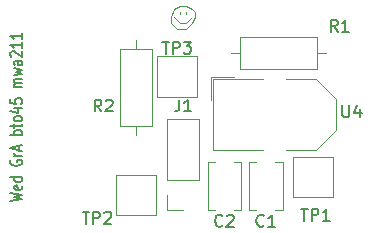
<source format=gbr>
%TF.GenerationSoftware,KiCad,Pcbnew,8.0.5*%
%TF.CreationDate,2024-09-27T23:05:58+12:00*%
%TF.ProjectId,LFR PCB,4c465220-5043-4422-9e6b-696361645f70,rev?*%
%TF.SameCoordinates,Original*%
%TF.FileFunction,Legend,Top*%
%TF.FilePolarity,Positive*%
%FSLAX46Y46*%
G04 Gerber Fmt 4.6, Leading zero omitted, Abs format (unit mm)*
G04 Created by KiCad (PCBNEW 8.0.5) date 2024-09-27 23:05:58*
%MOMM*%
%LPD*%
G01*
G04 APERTURE LIST*
%ADD10C,0.100000*%
%ADD11C,0.150000*%
%ADD12C,0.120000*%
G04 APERTURE END LIST*
D10*
X241500000Y-67250000D02*
X241750000Y-67000000D01*
X241750000Y-66250000D02*
X241250000Y-66000000D01*
X240000000Y-67500000D02*
X240500000Y-68000000D01*
X241250000Y-66000000D02*
X240750000Y-66000000D01*
X240500000Y-67250000D02*
X240750000Y-67500000D01*
X240750000Y-66750000D02*
X240750000Y-66500000D01*
X240250000Y-66250000D02*
X240000000Y-67000000D01*
X242000000Y-66500000D02*
X241750000Y-66250000D01*
X240250000Y-67000000D02*
X240500000Y-67250000D01*
X240000000Y-67000000D02*
X240000000Y-67500000D01*
X240750000Y-67500000D02*
X241000000Y-67500000D01*
X241250000Y-67500000D02*
X241500000Y-67250000D01*
X240750000Y-66000000D02*
X240250000Y-66250000D01*
X241750000Y-67500000D02*
X242000000Y-67000000D01*
X242000000Y-67000000D02*
X242000000Y-66500000D01*
X241250000Y-66750000D02*
X241250000Y-66500000D01*
X240500000Y-68000000D02*
X241250000Y-68000000D01*
X241000000Y-67500000D02*
X241250000Y-67500000D01*
X241250000Y-68000000D02*
X241750000Y-67500000D01*
D11*
X226369819Y-82537030D02*
X227369819Y-82346554D01*
X227369819Y-82346554D02*
X226655533Y-82194173D01*
X226655533Y-82194173D02*
X227369819Y-82041792D01*
X227369819Y-82041792D02*
X226369819Y-81851316D01*
X227322200Y-81241791D02*
X227369819Y-81317982D01*
X227369819Y-81317982D02*
X227369819Y-81470363D01*
X227369819Y-81470363D02*
X227322200Y-81546553D01*
X227322200Y-81546553D02*
X227226961Y-81584649D01*
X227226961Y-81584649D02*
X226846009Y-81584649D01*
X226846009Y-81584649D02*
X226750771Y-81546553D01*
X226750771Y-81546553D02*
X226703152Y-81470363D01*
X226703152Y-81470363D02*
X226703152Y-81317982D01*
X226703152Y-81317982D02*
X226750771Y-81241791D01*
X226750771Y-81241791D02*
X226846009Y-81203696D01*
X226846009Y-81203696D02*
X226941247Y-81203696D01*
X226941247Y-81203696D02*
X227036485Y-81584649D01*
X227369819Y-80517982D02*
X226369819Y-80517982D01*
X227322200Y-80517982D02*
X227369819Y-80594173D01*
X227369819Y-80594173D02*
X227369819Y-80746554D01*
X227369819Y-80746554D02*
X227322200Y-80822744D01*
X227322200Y-80822744D02*
X227274580Y-80860839D01*
X227274580Y-80860839D02*
X227179342Y-80898935D01*
X227179342Y-80898935D02*
X226893628Y-80898935D01*
X226893628Y-80898935D02*
X226798390Y-80860839D01*
X226798390Y-80860839D02*
X226750771Y-80822744D01*
X226750771Y-80822744D02*
X226703152Y-80746554D01*
X226703152Y-80746554D02*
X226703152Y-80594173D01*
X226703152Y-80594173D02*
X226750771Y-80517982D01*
X226417438Y-79108458D02*
X226369819Y-79184648D01*
X226369819Y-79184648D02*
X226369819Y-79298934D01*
X226369819Y-79298934D02*
X226417438Y-79413220D01*
X226417438Y-79413220D02*
X226512676Y-79489410D01*
X226512676Y-79489410D02*
X226607914Y-79527505D01*
X226607914Y-79527505D02*
X226798390Y-79565601D01*
X226798390Y-79565601D02*
X226941247Y-79565601D01*
X226941247Y-79565601D02*
X227131723Y-79527505D01*
X227131723Y-79527505D02*
X227226961Y-79489410D01*
X227226961Y-79489410D02*
X227322200Y-79413220D01*
X227322200Y-79413220D02*
X227369819Y-79298934D01*
X227369819Y-79298934D02*
X227369819Y-79222743D01*
X227369819Y-79222743D02*
X227322200Y-79108458D01*
X227322200Y-79108458D02*
X227274580Y-79070362D01*
X227274580Y-79070362D02*
X226941247Y-79070362D01*
X226941247Y-79070362D02*
X226941247Y-79222743D01*
X227369819Y-78727505D02*
X226703152Y-78727505D01*
X226893628Y-78727505D02*
X226798390Y-78689410D01*
X226798390Y-78689410D02*
X226750771Y-78651315D01*
X226750771Y-78651315D02*
X226703152Y-78575124D01*
X226703152Y-78575124D02*
X226703152Y-78498934D01*
X227084104Y-78270363D02*
X227084104Y-77889410D01*
X227369819Y-78346553D02*
X226369819Y-78079886D01*
X226369819Y-78079886D02*
X227369819Y-77813220D01*
X227369819Y-76937029D02*
X226369819Y-76937029D01*
X226750771Y-76937029D02*
X226703152Y-76860839D01*
X226703152Y-76860839D02*
X226703152Y-76708458D01*
X226703152Y-76708458D02*
X226750771Y-76632267D01*
X226750771Y-76632267D02*
X226798390Y-76594172D01*
X226798390Y-76594172D02*
X226893628Y-76556077D01*
X226893628Y-76556077D02*
X227179342Y-76556077D01*
X227179342Y-76556077D02*
X227274580Y-76594172D01*
X227274580Y-76594172D02*
X227322200Y-76632267D01*
X227322200Y-76632267D02*
X227369819Y-76708458D01*
X227369819Y-76708458D02*
X227369819Y-76860839D01*
X227369819Y-76860839D02*
X227322200Y-76937029D01*
X226703152Y-76327505D02*
X226703152Y-76022743D01*
X226369819Y-76213219D02*
X227226961Y-76213219D01*
X227226961Y-76213219D02*
X227322200Y-76175124D01*
X227322200Y-76175124D02*
X227369819Y-76098934D01*
X227369819Y-76098934D02*
X227369819Y-76022743D01*
X227369819Y-75641791D02*
X227322200Y-75717981D01*
X227322200Y-75717981D02*
X227274580Y-75756076D01*
X227274580Y-75756076D02*
X227179342Y-75794172D01*
X227179342Y-75794172D02*
X226893628Y-75794172D01*
X226893628Y-75794172D02*
X226798390Y-75756076D01*
X226798390Y-75756076D02*
X226750771Y-75717981D01*
X226750771Y-75717981D02*
X226703152Y-75641791D01*
X226703152Y-75641791D02*
X226703152Y-75527505D01*
X226703152Y-75527505D02*
X226750771Y-75451314D01*
X226750771Y-75451314D02*
X226798390Y-75413219D01*
X226798390Y-75413219D02*
X226893628Y-75375124D01*
X226893628Y-75375124D02*
X227179342Y-75375124D01*
X227179342Y-75375124D02*
X227274580Y-75413219D01*
X227274580Y-75413219D02*
X227322200Y-75451314D01*
X227322200Y-75451314D02*
X227369819Y-75527505D01*
X227369819Y-75527505D02*
X227369819Y-75641791D01*
X226703152Y-74689409D02*
X227369819Y-74689409D01*
X226322200Y-74879885D02*
X227036485Y-75070362D01*
X227036485Y-75070362D02*
X227036485Y-74575123D01*
X226369819Y-73889409D02*
X226369819Y-74270361D01*
X226369819Y-74270361D02*
X226846009Y-74308457D01*
X226846009Y-74308457D02*
X226798390Y-74270361D01*
X226798390Y-74270361D02*
X226750771Y-74194171D01*
X226750771Y-74194171D02*
X226750771Y-74003695D01*
X226750771Y-74003695D02*
X226798390Y-73927504D01*
X226798390Y-73927504D02*
X226846009Y-73889409D01*
X226846009Y-73889409D02*
X226941247Y-73851314D01*
X226941247Y-73851314D02*
X227179342Y-73851314D01*
X227179342Y-73851314D02*
X227274580Y-73889409D01*
X227274580Y-73889409D02*
X227322200Y-73927504D01*
X227322200Y-73927504D02*
X227369819Y-74003695D01*
X227369819Y-74003695D02*
X227369819Y-74194171D01*
X227369819Y-74194171D02*
X227322200Y-74270361D01*
X227322200Y-74270361D02*
X227274580Y-74308457D01*
X227369819Y-72898932D02*
X226703152Y-72898932D01*
X226798390Y-72898932D02*
X226750771Y-72860837D01*
X226750771Y-72860837D02*
X226703152Y-72784647D01*
X226703152Y-72784647D02*
X226703152Y-72670361D01*
X226703152Y-72670361D02*
X226750771Y-72594170D01*
X226750771Y-72594170D02*
X226846009Y-72556075D01*
X226846009Y-72556075D02*
X227369819Y-72556075D01*
X226846009Y-72556075D02*
X226750771Y-72517980D01*
X226750771Y-72517980D02*
X226703152Y-72441789D01*
X226703152Y-72441789D02*
X226703152Y-72327504D01*
X226703152Y-72327504D02*
X226750771Y-72251313D01*
X226750771Y-72251313D02*
X226846009Y-72213218D01*
X226846009Y-72213218D02*
X227369819Y-72213218D01*
X226703152Y-71908456D02*
X227369819Y-71756075D01*
X227369819Y-71756075D02*
X226893628Y-71603694D01*
X226893628Y-71603694D02*
X227369819Y-71451313D01*
X227369819Y-71451313D02*
X226703152Y-71298932D01*
X227369819Y-70651313D02*
X226846009Y-70651313D01*
X226846009Y-70651313D02*
X226750771Y-70689408D01*
X226750771Y-70689408D02*
X226703152Y-70765599D01*
X226703152Y-70765599D02*
X226703152Y-70917980D01*
X226703152Y-70917980D02*
X226750771Y-70994170D01*
X227322200Y-70651313D02*
X227369819Y-70727504D01*
X227369819Y-70727504D02*
X227369819Y-70917980D01*
X227369819Y-70917980D02*
X227322200Y-70994170D01*
X227322200Y-70994170D02*
X227226961Y-71032266D01*
X227226961Y-71032266D02*
X227131723Y-71032266D01*
X227131723Y-71032266D02*
X227036485Y-70994170D01*
X227036485Y-70994170D02*
X226988866Y-70917980D01*
X226988866Y-70917980D02*
X226988866Y-70727504D01*
X226988866Y-70727504D02*
X226941247Y-70651313D01*
X226465057Y-70308456D02*
X226417438Y-70270360D01*
X226417438Y-70270360D02*
X226369819Y-70194170D01*
X226369819Y-70194170D02*
X226369819Y-70003694D01*
X226369819Y-70003694D02*
X226417438Y-69927503D01*
X226417438Y-69927503D02*
X226465057Y-69889408D01*
X226465057Y-69889408D02*
X226560295Y-69851313D01*
X226560295Y-69851313D02*
X226655533Y-69851313D01*
X226655533Y-69851313D02*
X226798390Y-69889408D01*
X226798390Y-69889408D02*
X227369819Y-70346551D01*
X227369819Y-70346551D02*
X227369819Y-69851313D01*
X227369819Y-69089408D02*
X227369819Y-69546551D01*
X227369819Y-69317979D02*
X226369819Y-69317979D01*
X226369819Y-69317979D02*
X226512676Y-69394170D01*
X226512676Y-69394170D02*
X226607914Y-69470360D01*
X226607914Y-69470360D02*
X226655533Y-69546551D01*
X227369819Y-68327503D02*
X227369819Y-68784646D01*
X227369819Y-68556074D02*
X226369819Y-68556074D01*
X226369819Y-68556074D02*
X226512676Y-68632265D01*
X226512676Y-68632265D02*
X226607914Y-68708455D01*
X226607914Y-68708455D02*
X226655533Y-68784646D01*
X232488095Y-83454819D02*
X233059523Y-83454819D01*
X232773809Y-84454819D02*
X232773809Y-83454819D01*
X233392857Y-84454819D02*
X233392857Y-83454819D01*
X233392857Y-83454819D02*
X233773809Y-83454819D01*
X233773809Y-83454819D02*
X233869047Y-83502438D01*
X233869047Y-83502438D02*
X233916666Y-83550057D01*
X233916666Y-83550057D02*
X233964285Y-83645295D01*
X233964285Y-83645295D02*
X233964285Y-83788152D01*
X233964285Y-83788152D02*
X233916666Y-83883390D01*
X233916666Y-83883390D02*
X233869047Y-83931009D01*
X233869047Y-83931009D02*
X233773809Y-83978628D01*
X233773809Y-83978628D02*
X233392857Y-83978628D01*
X234345238Y-83550057D02*
X234392857Y-83502438D01*
X234392857Y-83502438D02*
X234488095Y-83454819D01*
X234488095Y-83454819D02*
X234726190Y-83454819D01*
X234726190Y-83454819D02*
X234821428Y-83502438D01*
X234821428Y-83502438D02*
X234869047Y-83550057D01*
X234869047Y-83550057D02*
X234916666Y-83645295D01*
X234916666Y-83645295D02*
X234916666Y-83740533D01*
X234916666Y-83740533D02*
X234869047Y-83883390D01*
X234869047Y-83883390D02*
X234297619Y-84454819D01*
X234297619Y-84454819D02*
X234916666Y-84454819D01*
X244333333Y-84609580D02*
X244285714Y-84657200D01*
X244285714Y-84657200D02*
X244142857Y-84704819D01*
X244142857Y-84704819D02*
X244047619Y-84704819D01*
X244047619Y-84704819D02*
X243904762Y-84657200D01*
X243904762Y-84657200D02*
X243809524Y-84561961D01*
X243809524Y-84561961D02*
X243761905Y-84466723D01*
X243761905Y-84466723D02*
X243714286Y-84276247D01*
X243714286Y-84276247D02*
X243714286Y-84133390D01*
X243714286Y-84133390D02*
X243761905Y-83942914D01*
X243761905Y-83942914D02*
X243809524Y-83847676D01*
X243809524Y-83847676D02*
X243904762Y-83752438D01*
X243904762Y-83752438D02*
X244047619Y-83704819D01*
X244047619Y-83704819D02*
X244142857Y-83704819D01*
X244142857Y-83704819D02*
X244285714Y-83752438D01*
X244285714Y-83752438D02*
X244333333Y-83800057D01*
X244714286Y-83800057D02*
X244761905Y-83752438D01*
X244761905Y-83752438D02*
X244857143Y-83704819D01*
X244857143Y-83704819D02*
X245095238Y-83704819D01*
X245095238Y-83704819D02*
X245190476Y-83752438D01*
X245190476Y-83752438D02*
X245238095Y-83800057D01*
X245238095Y-83800057D02*
X245285714Y-83895295D01*
X245285714Y-83895295D02*
X245285714Y-83990533D01*
X245285714Y-83990533D02*
X245238095Y-84133390D01*
X245238095Y-84133390D02*
X244666667Y-84704819D01*
X244666667Y-84704819D02*
X245285714Y-84704819D01*
X254083333Y-68204819D02*
X253750000Y-67728628D01*
X253511905Y-68204819D02*
X253511905Y-67204819D01*
X253511905Y-67204819D02*
X253892857Y-67204819D01*
X253892857Y-67204819D02*
X253988095Y-67252438D01*
X253988095Y-67252438D02*
X254035714Y-67300057D01*
X254035714Y-67300057D02*
X254083333Y-67395295D01*
X254083333Y-67395295D02*
X254083333Y-67538152D01*
X254083333Y-67538152D02*
X254035714Y-67633390D01*
X254035714Y-67633390D02*
X253988095Y-67681009D01*
X253988095Y-67681009D02*
X253892857Y-67728628D01*
X253892857Y-67728628D02*
X253511905Y-67728628D01*
X255035714Y-68204819D02*
X254464286Y-68204819D01*
X254750000Y-68204819D02*
X254750000Y-67204819D01*
X254750000Y-67204819D02*
X254654762Y-67347676D01*
X254654762Y-67347676D02*
X254559524Y-67442914D01*
X254559524Y-67442914D02*
X254464286Y-67490533D01*
X234083333Y-74954819D02*
X233750000Y-74478628D01*
X233511905Y-74954819D02*
X233511905Y-73954819D01*
X233511905Y-73954819D02*
X233892857Y-73954819D01*
X233892857Y-73954819D02*
X233988095Y-74002438D01*
X233988095Y-74002438D02*
X234035714Y-74050057D01*
X234035714Y-74050057D02*
X234083333Y-74145295D01*
X234083333Y-74145295D02*
X234083333Y-74288152D01*
X234083333Y-74288152D02*
X234035714Y-74383390D01*
X234035714Y-74383390D02*
X233988095Y-74431009D01*
X233988095Y-74431009D02*
X233892857Y-74478628D01*
X233892857Y-74478628D02*
X233511905Y-74478628D01*
X234464286Y-74050057D02*
X234511905Y-74002438D01*
X234511905Y-74002438D02*
X234607143Y-73954819D01*
X234607143Y-73954819D02*
X234845238Y-73954819D01*
X234845238Y-73954819D02*
X234940476Y-74002438D01*
X234940476Y-74002438D02*
X234988095Y-74050057D01*
X234988095Y-74050057D02*
X235035714Y-74145295D01*
X235035714Y-74145295D02*
X235035714Y-74240533D01*
X235035714Y-74240533D02*
X234988095Y-74383390D01*
X234988095Y-74383390D02*
X234416667Y-74954819D01*
X234416667Y-74954819D02*
X235035714Y-74954819D01*
X247833333Y-84609580D02*
X247785714Y-84657200D01*
X247785714Y-84657200D02*
X247642857Y-84704819D01*
X247642857Y-84704819D02*
X247547619Y-84704819D01*
X247547619Y-84704819D02*
X247404762Y-84657200D01*
X247404762Y-84657200D02*
X247309524Y-84561961D01*
X247309524Y-84561961D02*
X247261905Y-84466723D01*
X247261905Y-84466723D02*
X247214286Y-84276247D01*
X247214286Y-84276247D02*
X247214286Y-84133390D01*
X247214286Y-84133390D02*
X247261905Y-83942914D01*
X247261905Y-83942914D02*
X247309524Y-83847676D01*
X247309524Y-83847676D02*
X247404762Y-83752438D01*
X247404762Y-83752438D02*
X247547619Y-83704819D01*
X247547619Y-83704819D02*
X247642857Y-83704819D01*
X247642857Y-83704819D02*
X247785714Y-83752438D01*
X247785714Y-83752438D02*
X247833333Y-83800057D01*
X248785714Y-84704819D02*
X248214286Y-84704819D01*
X248500000Y-84704819D02*
X248500000Y-83704819D01*
X248500000Y-83704819D02*
X248404762Y-83847676D01*
X248404762Y-83847676D02*
X248309524Y-83942914D01*
X248309524Y-83942914D02*
X248214286Y-83990533D01*
X240666666Y-73954819D02*
X240666666Y-74669104D01*
X240666666Y-74669104D02*
X240619047Y-74811961D01*
X240619047Y-74811961D02*
X240523809Y-74907200D01*
X240523809Y-74907200D02*
X240380952Y-74954819D01*
X240380952Y-74954819D02*
X240285714Y-74954819D01*
X241666666Y-74954819D02*
X241095238Y-74954819D01*
X241380952Y-74954819D02*
X241380952Y-73954819D01*
X241380952Y-73954819D02*
X241285714Y-74097676D01*
X241285714Y-74097676D02*
X241190476Y-74192914D01*
X241190476Y-74192914D02*
X241095238Y-74240533D01*
X239238095Y-69056819D02*
X239809523Y-69056819D01*
X239523809Y-70056819D02*
X239523809Y-69056819D01*
X240142857Y-70056819D02*
X240142857Y-69056819D01*
X240142857Y-69056819D02*
X240523809Y-69056819D01*
X240523809Y-69056819D02*
X240619047Y-69104438D01*
X240619047Y-69104438D02*
X240666666Y-69152057D01*
X240666666Y-69152057D02*
X240714285Y-69247295D01*
X240714285Y-69247295D02*
X240714285Y-69390152D01*
X240714285Y-69390152D02*
X240666666Y-69485390D01*
X240666666Y-69485390D02*
X240619047Y-69533009D01*
X240619047Y-69533009D02*
X240523809Y-69580628D01*
X240523809Y-69580628D02*
X240142857Y-69580628D01*
X241047619Y-69056819D02*
X241666666Y-69056819D01*
X241666666Y-69056819D02*
X241333333Y-69437771D01*
X241333333Y-69437771D02*
X241476190Y-69437771D01*
X241476190Y-69437771D02*
X241571428Y-69485390D01*
X241571428Y-69485390D02*
X241619047Y-69533009D01*
X241619047Y-69533009D02*
X241666666Y-69628247D01*
X241666666Y-69628247D02*
X241666666Y-69866342D01*
X241666666Y-69866342D02*
X241619047Y-69961580D01*
X241619047Y-69961580D02*
X241571428Y-70009200D01*
X241571428Y-70009200D02*
X241476190Y-70056819D01*
X241476190Y-70056819D02*
X241190476Y-70056819D01*
X241190476Y-70056819D02*
X241095238Y-70009200D01*
X241095238Y-70009200D02*
X241047619Y-69961580D01*
X250988095Y-83204819D02*
X251559523Y-83204819D01*
X251273809Y-84204819D02*
X251273809Y-83204819D01*
X251892857Y-84204819D02*
X251892857Y-83204819D01*
X251892857Y-83204819D02*
X252273809Y-83204819D01*
X252273809Y-83204819D02*
X252369047Y-83252438D01*
X252369047Y-83252438D02*
X252416666Y-83300057D01*
X252416666Y-83300057D02*
X252464285Y-83395295D01*
X252464285Y-83395295D02*
X252464285Y-83538152D01*
X252464285Y-83538152D02*
X252416666Y-83633390D01*
X252416666Y-83633390D02*
X252369047Y-83681009D01*
X252369047Y-83681009D02*
X252273809Y-83728628D01*
X252273809Y-83728628D02*
X251892857Y-83728628D01*
X253416666Y-84204819D02*
X252845238Y-84204819D01*
X253130952Y-84204819D02*
X253130952Y-83204819D01*
X253130952Y-83204819D02*
X253035714Y-83347676D01*
X253035714Y-83347676D02*
X252940476Y-83442914D01*
X252940476Y-83442914D02*
X252845238Y-83490533D01*
X254488095Y-74454819D02*
X254488095Y-75264342D01*
X254488095Y-75264342D02*
X254535714Y-75359580D01*
X254535714Y-75359580D02*
X254583333Y-75407200D01*
X254583333Y-75407200D02*
X254678571Y-75454819D01*
X254678571Y-75454819D02*
X254869047Y-75454819D01*
X254869047Y-75454819D02*
X254964285Y-75407200D01*
X254964285Y-75407200D02*
X255011904Y-75359580D01*
X255011904Y-75359580D02*
X255059523Y-75264342D01*
X255059523Y-75264342D02*
X255059523Y-74454819D01*
X255964285Y-74788152D02*
X255964285Y-75454819D01*
X255726190Y-74407200D02*
X255488095Y-75121485D01*
X255488095Y-75121485D02*
X256107142Y-75121485D01*
D12*
%TO.C,TP2*%
X235300000Y-80300000D02*
X238700000Y-80300000D01*
X235300000Y-83700000D02*
X235300000Y-80300000D01*
X238700000Y-80300000D02*
X238700000Y-83700000D01*
X238700000Y-83700000D02*
X235300000Y-83700000D01*
%TO.C,C2*%
X243080000Y-79230000D02*
X243705000Y-79230000D01*
X243080000Y-83270000D02*
X243080000Y-79230000D01*
X243080000Y-83270000D02*
X243705000Y-83270000D01*
X245295000Y-79230000D02*
X245920000Y-79230000D01*
X245295000Y-83270000D02*
X245920000Y-83270000D01*
X245920000Y-83270000D02*
X245920000Y-79230000D01*
%TO.C,R1*%
X245040000Y-70000000D02*
X245810000Y-70000000D01*
X245810000Y-68630000D02*
X245810000Y-71370000D01*
X245810000Y-71370000D02*
X252350000Y-71370000D01*
X252350000Y-68630000D02*
X245810000Y-68630000D01*
X252350000Y-71370000D02*
X252350000Y-68630000D01*
X253120000Y-70000000D02*
X252350000Y-70000000D01*
%TO.C,R2*%
X235630000Y-69650000D02*
X235630000Y-76190000D01*
X235630000Y-76190000D02*
X238370000Y-76190000D01*
X237000000Y-68880000D02*
X237000000Y-69650000D01*
X237000000Y-76960000D02*
X237000000Y-76190000D01*
X238370000Y-69650000D02*
X235630000Y-69650000D01*
X238370000Y-76190000D02*
X238370000Y-69650000D01*
%TO.C,C1*%
X246580000Y-79230000D02*
X247205000Y-79230000D01*
X246580000Y-83270000D02*
X246580000Y-79230000D01*
X246580000Y-83270000D02*
X247205000Y-83270000D01*
X248795000Y-79230000D02*
X249420000Y-79230000D01*
X248795000Y-83270000D02*
X249420000Y-83270000D01*
X249420000Y-83270000D02*
X249420000Y-79230000D01*
%TO.C,J1*%
X239670000Y-80730000D02*
X239670000Y-75590000D01*
X239670000Y-83330000D02*
X239670000Y-82000000D01*
X241000000Y-83330000D02*
X239670000Y-83330000D01*
X242330000Y-75590000D02*
X239670000Y-75590000D01*
X242330000Y-80730000D02*
X239670000Y-80730000D01*
X242330000Y-80730000D02*
X242330000Y-75590000D01*
%TO.C,TP3*%
X238800000Y-70300000D02*
X242200000Y-70300000D01*
X238800000Y-73700000D02*
X238800000Y-70300000D01*
X242200000Y-70300000D02*
X242200000Y-73700000D01*
X242200000Y-73700000D02*
X238800000Y-73700000D01*
%TO.C,TP1*%
X250300000Y-78800000D02*
X253700000Y-78800000D01*
X250300000Y-82200000D02*
X250300000Y-78800000D01*
X253700000Y-78800000D02*
X253700000Y-82200000D01*
X253700000Y-82200000D02*
X250300000Y-82200000D01*
D10*
%TO.C,U4*%
X243340000Y-72020000D02*
X243340000Y-74020000D01*
X243340000Y-72020000D02*
X245340000Y-72020000D01*
D12*
X243540000Y-72220000D02*
X243540000Y-78240000D01*
X243540000Y-72220000D02*
X247750000Y-72220000D01*
X243540000Y-78240000D02*
X247750000Y-78240000D01*
X249750000Y-72220000D02*
X252245000Y-72220000D01*
X249750000Y-78240000D02*
X252240000Y-78240000D01*
X253960000Y-73934500D02*
X252245000Y-72220000D01*
X253960000Y-76520000D02*
X252240000Y-78240000D01*
X253960000Y-76520000D02*
X253960000Y-73934500D01*
%TD*%
M02*

</source>
